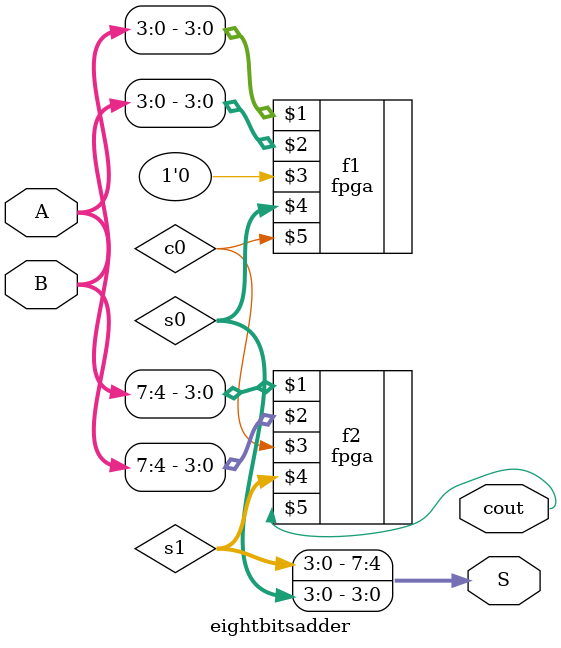
<source format=v>

module eightbitsadder(input [7:0]A,B,   output  [7:0]S ,output cout   );


wire [3:0]s0,s1;
wire c0;


//google {} verilog

fpga f1(A[3:0],B[3:0],1'b0,s0,c0);
fpga f2(A[7:4],B[7:4],c0,s1,cout);
assign S[3:0]=s0;
assign S[7:4]=s1;



endmodule

</source>
